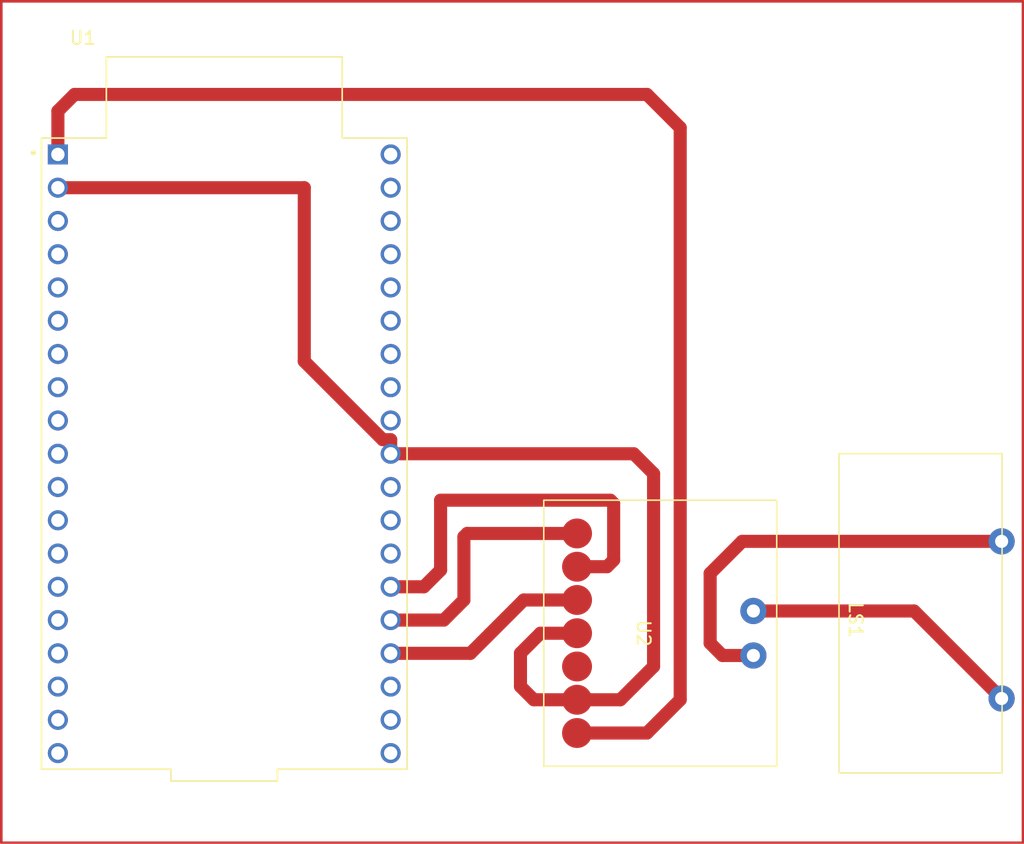
<source format=kicad_pcb>
(kicad_pcb (version 20211014) (generator pcbnew)
  (layers (0 "F.Cu" signal) (31 "B.Cu" signal) (34 "B.Paste" user) (35 "F.Paste" user) (36 "B.SilkS" user "B.Silkscreen") (37 "F.SilkS" user "F.Silkscreen") (38 "B.Mask" user) (39 "F.Mask" user) (44 "Edge.Cuts" user))
  (net 0 "")
  (net 1 "Net-(U1-Pad24)")
  (net 2 "Net-(U1-Pad25)")
  (net 3 "Net-(U1-Pad23)")
  (net 5 "Net-(U1-Pad2)")
  (net 6 "VDD")
  (net 31 "Net-(U2-Pad9)")
  (net 32 "Net-(U2-Pad8)")
  (footprint "ESP32-DEVKIT-V1:MODULE_ESP32-DEVKIT_V1" (layer "F.Cu") (at 111.76 96.012)
    (fp_text reference "U1" (at -10.795 -31.75) (layer "F.SilkS"))
    (fp_text value "ESP32-DEVKIT-V1")
    (fp_line (start 4.06 24.1) (end 13.95 24.1) (layer "F.SilkS") (width 0.127))
    (fp_line (start -13.95 24.1) (end -4.07 24.1) (layer "F.SilkS") (width 0.127))
    (fp_line (start -9 -24.1) (end -9 -30.3) (layer "F.SilkS") (width 0.127))
    (fp_line (start -9 -24.1) (end -13.95 -24.1) (layer "F.SilkS") (width 0.127))
    (fp_line (start 4.06 25) (end 4.06 24.1) (layer "F.SilkS") (width 0.127))
    (fp_line (start -13.95 -24.1) (end -13.95 24.1) (layer "F.SilkS") (width 0.127))
    (fp_line (start 13.95 24.1) (end 13.95 -24.1) (layer "F.SilkS") (width 0.127))
    (fp_line (start -9 -30.3) (end 9 -30.3) (layer "F.SilkS") (width 0.127))
    (fp_line (start -4.07 25) (end 4.06 25) (layer "F.SilkS") (width 0.127))
    (fp_line (start -4.07 24.1) (end -4.07 25) (layer "F.SilkS") (width 0.127))
    (fp_line (start 9 -30.3) (end 9 -24.1) (layer "F.SilkS") (width 0.127))
    (fp_line (start 13.95 -24.1) (end 9 -24.1) (layer "F.SilkS") (width 0.127))
    (fp_circle (center -14.57 -22.97) (end -14.47 -22.97) (layer "F.SilkS") (width 0.2) (fill none))
    (pad "1" thru_hole rect (at -12.7 -22.85) (size 1.53 1.53) (drill 1.02) (layers *.Cu *.Mask) (net 6 "VDD"))
    (pad "2" thru_hole circle (at -12.7 -20.31) (size 1.53 1.53) (drill 1.02) (layers *.Cu *.Mask) (net 5 "Net-(U1-Pad2)"))
    (pad "3" thru_hole circle (at -12.7 -17.77) (size 1.53 1.53) (drill 1.02) (layers *.Cu *.Mask))
    (pad "4" thru_hole circle (at -12.7 -15.23) (size 1.53 1.53) (drill 1.02) (layers *.Cu *.Mask))
    (pad "5" thru_hole circle (at -12.7 -12.69) (size 1.53 1.53) (drill 1.02) (layers *.Cu *.Mask))
    (pad "6" thru_hole circle (at -12.7 -10.15) (size 1.53 1.53) (drill 1.02) (layers *.Cu *.Mask))
    (pad "7" thru_hole circle (at -12.7 -7.61) (size 1.53 1.53) (drill 1.02) (layers *.Cu *.Mask))
    (pad "8" thru_hole circle (at -12.7 -5.07) (size 1.53 1.53) (drill 1.02) (layers *.Cu *.Mask))
    (pad "9" thru_hole circle (at -12.7 -2.53) (size 1.53 1.53) (drill 1.02) (layers *.Cu *.Mask))
    (pad "10" thru_hole circle (at -12.7 0.01) (size 1.53 1.53) (drill 1.02) (layers *.Cu *.Mask))
    (pad "11" thru_hole circle (at -12.7 2.55) (size 1.53 1.53) (drill 1.02) (layers *.Cu *.Mask))
    (pad "12" thru_hole circle (at -12.7 5.09) (size 1.53 1.53) (drill 1.02) (layers *.Cu *.Mask))
    (pad "13" thru_hole circle (at -12.7 7.63) (size 1.53 1.53) (drill 1.02) (layers *.Cu *.Mask))
    (pad "14" thru_hole circle (at -12.7 10.17) (size 1.53 1.53) (drill 1.02) (layers *.Cu *.Mask))
    (pad "15" thru_hole circle (at -12.7 12.71) (size 1.53 1.53) (drill 1.02) (layers *.Cu *.Mask))
    (pad "16" thru_hole circle (at -12.7 15.25) (size 1.53 1.53) (drill 1.02) (layers *.Cu *.Mask))
    (pad "17" thru_hole circle (at -12.7 17.79) (size 1.53 1.53) (drill 1.02) (layers *.Cu *.Mask))
    (pad "18" thru_hole circle (at -12.7 20.33) (size 1.53 1.53) (drill 1.02) (layers *.Cu *.Mask))
    (pad "19" thru_hole circle (at -12.7 22.87) (size 1.53 1.53) (drill 1.02) (layers *.Cu *.Mask))
    (pad "20" thru_hole circle (at 12.7 22.87) (size 1.53 1.53) (drill 1.02) (layers *.Cu *.Mask))
    (pad "21" thru_hole circle (at 12.7 20.33) (size 1.53 1.53) (drill 1.02) (layers *.Cu *.Mask))
    (pad "22" thru_hole circle (at 12.7 17.79) (size 1.53 1.53) (drill 1.02) (layers *.Cu *.Mask))
    (pad "23" thru_hole circle (at 12.7 15.25) (size 1.53 1.53) (drill 1.02) (layers *.Cu *.Mask) (net 3 "Net-(U1-Pad23)"))
    (pad "24" thru_hole circle (at 12.7 12.71) (size 1.53 1.53) (drill 1.02) (layers *.Cu *.Mask) (net 1 "Net-(U1-Pad24)"))
    (pad "25" thru_hole circle (at 12.7 10.17) (size 1.53 1.53) (drill 1.02) (layers *.Cu *.Mask) (net 2 "Net-(U1-Pad25)"))
    (pad "26" thru_hole circle (at 12.7 7.63) (size 1.53 1.53) (drill 1.02) (layers *.Cu *.Mask))
    (pad "27" thru_hole circle (at 12.7 5.09) (size 1.53 1.53) (drill 1.02) (layers *.Cu *.Mask))
    (pad "28" thru_hole circle (at 12.7 2.55) (size 1.53 1.53) (drill 1.02) (layers *.Cu *.Mask))
    (pad "29" thru_hole circle (at 12.7 0.01) (size 1.53 1.53) (drill 1.02) (layers *.Cu *.Mask) (net 5 "Net-(U1-Pad2)"))
    (pad "30" thru_hole circle (at 12.7 -2.53) (size 1.53 1.53) (drill 1.02) (layers *.Cu *.Mask))
    (pad "31" thru_hole circle (at 12.7 -5.07) (size 1.53 1.53) (drill 1.02) (layers *.Cu *.Mask))
    (pad "32" thru_hole circle (at 12.7 -7.61) (size 1.53 1.53) (drill 1.02) (layers *.Cu *.Mask))
    (pad "33" thru_hole circle (at 12.7 -10.15) (size 1.53 1.53) (drill 1.02) (layers *.Cu *.Mask))
    (pad "34" thru_hole circle (at 12.7 -12.69) (size 1.53 1.53) (drill 1.02) (layers *.Cu *.Mask))
    (pad "35" thru_hole circle (at 12.7 -15.23) (size 1.53 1.53) (drill 1.02) (layers *.Cu *.Mask))
    (pad "36" thru_hole circle (at 12.7 -17.77) (size 1.53 1.53) (drill 1.02) (layers *.Cu *.Mask))
    (pad "37" thru_hole circle (at 12.7 -20.31) (size 1.53 1.53) (drill 1.02) (layers *.Cu *.Mask))
    (pad "38" thru_hole circle (at 12.7 -22.85) (size 1.53 1.53) (drill 1.02) (layers *.Cu *.Mask))
  )
  (footprint "Speaker me:Speaker" (layer "F.Cu") (at 165.79 108.712 -90)
    (fp_text reference "LS1" (at 0 5.842 -90 unlocked) (layer "F.SilkS"))
    (fp_text value "Speaker")
    (fp_rect (start -12.7 -5.334) (end 11.684 7.112) (layer "F.SilkS") (width 0.12) (fill none))
    (pad "1" thru_hole circle (at -6 -5.3 270) (size 2 2) (drill 1) (layers *.Cu *.Mask) (net 31 "Net-(U2-Pad9)"))
    (pad "2" thru_hole circle (at 6 -5.3 270) (size 2 2) (drill 1) (layers *.Cu *.Mask) (net 32 "Net-(U2-Pad8)"))
  )
  (footprint "MAX98357A:MAX98357A_board" (layer "F.Cu") (at 148.844 109.728 -90)
    (fp_text reference "U2" (at 0 5.08 -90 unlocked) (layer "F.SilkS"))
    (fp_text value "MAX98357A")
    (fp_rect (start -10.16 -5.08) (end 10.16 12.7) (layer "F.SilkS") (width 0.12) (fill none))
    (pad "1" smd circle (at -7.62 10.16 270) (size 2.286 2.286) (layers "F.Cu" "F.Paste" "F.Mask") (net 1 "Net-(U1-Pad24)"))
    (pad "2" smd circle (at -5.08 10.16 270) (size 2.286 2.286) (layers "F.Cu" "F.Paste" "F.Mask") (net 2 "Net-(U1-Pad25)"))
    (pad "3" smd circle (at -2.54 10.16 270) (size 2.286 2.286) (layers "F.Cu" "F.Paste" "F.Mask") (net 3 "Net-(U1-Pad23)"))
    (pad "4" smd circle (at 0 10.16 270) (size 2.286 2.286) (layers "F.Cu" "F.Paste" "F.Mask") (net 5 "Net-(U1-Pad2)"))
    (pad "5" smd circle (at 2.54 10.16 270) (size 2.286 2.286) (layers "F.Cu" "F.Paste" "F.Mask"))
    (pad "6" smd circle (at 5.08 10.16 270) (size 2.286 2.286) (layers "F.Cu" "F.Paste" "F.Mask") (net 5 "Net-(U1-Pad2)"))
    (pad "7" smd circle (at 7.62 10.16 270) (size 2.286 2.286) (layers "F.Cu" "F.Paste" "F.Mask") (net 6 "VDD"))
    (pad "8" thru_hole circle (at -1.7 -3.3 270) (size 2 2) (drill 1) (layers *.Cu *.Mask) (net 32 "Net-(U2-Pad8)"))
    (pad "9" thru_hole circle (at 1.7 -3.3 270) (size 2 2) (drill 1) (layers *.Cu *.Mask) (net 31 "Net-(U2-Pad9)"))
  )
  (gr_rect (start 94.742 61.468) (end 172.72 125.73) (layer "F.Cu") (width 0.2) (fill none))
  (segment (start 128.514 108.722) (end 124.46 108.722) (width 1) (layer "F.Cu") (net 1))
  (segment (start 130.302 102.108) (end 130.048 102.362) (width 1) (layer "F.Cu") (net 1))
  (segment (start 138.684 102.108) (end 130.302 102.108) (width 1) (layer "F.Cu") (net 1))
  (segment (start 130.048 102.362) (end 130.048 107.188) (width 1) (layer "F.Cu") (net 1))
  (segment (start 130.048 107.188) (end 128.514 108.722) (width 1) (layer "F.Cu") (net 1))
  (segment (start 126.99 106.182) (end 128.27 104.902) (width 1) (layer "F.Cu") (net 2))
  (segment (start 128.27 104.902) (end 128.27 99.568) (width 1) (layer "F.Cu") (net 2))
  (segment (start 141.224 99.568) (end 141.478 99.822) (width 1) (layer "F.Cu") (net 2))
  (segment (start 140.97 104.648) (end 138.684 104.648) (width 1) (layer "F.Cu") (net 2))
  (segment (start 128.27 99.568) (end 141.224 99.568) (width 1) (layer "F.Cu") (net 2))
  (segment (start 141.478 104.14) (end 140.97 104.648) (width 1) (layer "F.Cu") (net 2))
  (segment (start 124.46 106.182) (end 126.99 106.182) (width 1) (layer "F.Cu") (net 2))
  (segment (start 141.478 99.822) (end 141.478 104.14) (width 1) (layer "F.Cu") (net 2))
  (segment (start 124.46 111.262) (end 130.546 111.262) (width 1) (layer "F.Cu") (net 3))
  (segment (start 134.62 107.188) (end 138.684 107.188) (width 1) (layer "F.Cu") (net 3))
  (segment (start 130.546 111.262) (end 134.62 107.188) (width 1) (layer "F.Cu") (net 3))
  (segment (start 117.866 75.702) (end 99.06 75.702) (width 1) (layer "F.Cu") (net 5))
  (segment (start 135.89 109.728) (end 134.366 111.252) (width 1) (layer "F.Cu") (net 5))
  (segment (start 123.853177 94.947) (end 117.866 88.959823) (width 1) (layer "F.Cu") (net 5))
  (segment (start 134.366 113.792) (end 135.382 114.808) (width 1) (layer "F.Cu") (net 5))
  (segment (start 144.526 97.536) (end 144.526 112.268) (width 1) (layer "F.Cu") (net 5))
  (segment (start 117.866 88.959823) (end 117.866 75.702) (width 1) (layer "F.Cu") (net 5))
  (segment (start 141.986 114.808) (end 138.684 114.808) (width 1) (layer "F.Cu") (net 5))
  (segment (start 124.46 96.022) (end 124.46 94.947) (width 1) (layer "F.Cu") (net 5))
  (segment (start 144.526 112.268) (end 141.986 114.808) (width 1) (layer "F.Cu") (net 5))
  (segment (start 138.684 109.728) (end 135.89 109.728) (width 1) (layer "F.Cu") (net 5))
  (segment (start 143.012 96.022) (end 144.526 97.536) (width 1) (layer "F.Cu") (net 5))
  (segment (start 135.382 114.808) (end 138.684 114.808) (width 1) (layer "F.Cu") (net 5))
  (segment (start 134.366 111.252) (end 134.366 113.792) (width 1) (layer "F.Cu") (net 5))
  (segment (start 124.46 96.022) (end 143.012 96.022) (width 1) (layer "F.Cu") (net 5))
  (segment (start 124.46 94.947) (end 123.853177 94.947) (width 1) (layer "F.Cu") (net 5))
  (segment (start 144.018 117.348) (end 138.684 117.348) (width 1) (layer "F.Cu") (net 6))
  (segment (start 146.558 114.808) (end 144.018 117.348) (width 1) (layer "F.Cu") (net 6))
  (segment (start 100.33 68.58) (end 144.018 68.58) (width 1) (layer "F.Cu") (net 6))
  (segment (start 146.558 71.12) (end 146.558 114.808) (width 1) (layer "F.Cu") (net 6))
  (segment (start 144.018 68.58) (end 146.558 71.12) (width 1) (layer "F.Cu") (net 6))
  (segment (start 99.06 73.162) (end 99.06 69.85) (width 1) (layer "F.Cu") (net 6))
  (segment (start 99.06 69.85) (end 100.33 68.58) (width 1) (layer "F.Cu") (net 6))
  (segment (start 149.782 111.428) (end 148.844 110.49) (width 1) (layer "F.Cu") (net 31))
  (segment (start 148.844 105.156) (end 151.288 102.712) (width 1) (layer "F.Cu") (net 31))
  (segment (start 151.288 102.712) (end 171.09 102.712) (width 1) (layer "F.Cu") (net 31))
  (segment (start 148.844 110.49) (end 148.844 105.156) (width 1) (layer "F.Cu") (net 31))
  (segment (start 152.144 111.428) (end 149.782 111.428) (width 1) (layer "F.Cu") (net 31))
  (segment (start 164.406 108.028) (end 171.09 114.712) (width 1) (layer "F.Cu") (net 32))
  (segment (start 152.144 108.028) (end 164.406 108.028) (width 1) (layer "F.Cu") (net 32))
)
</source>
